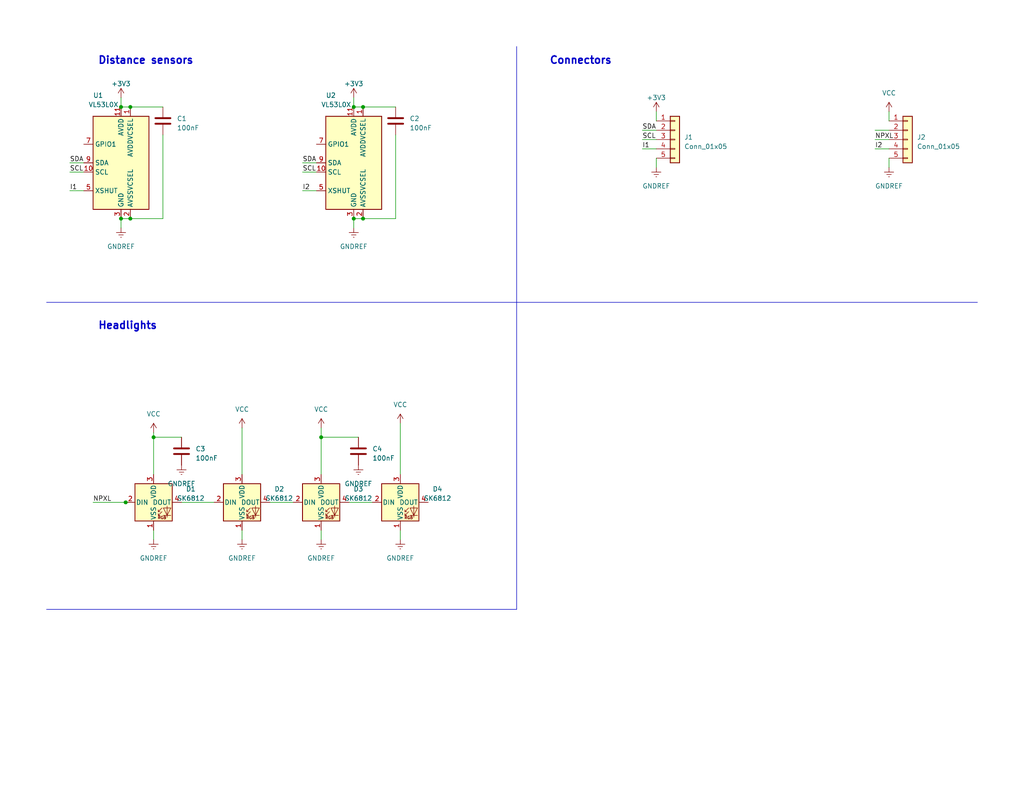
<source format=kicad_sch>
(kicad_sch (version 20230121) (generator eeschema)
  (paper "USLetter")
  (title_block (title "Distance sensor board") (date "2023-10-26") (rev "4.02") (company "Island Robotics"))
  (lib_symbols
    (symbol "Connector_Generic:Conn_01x05" (pin_names (offset 1.016) hide)
      (property "Reference" "J" (at 0 7.62 0))
      (property "Value" "Conn_01x05" (at 0 -7.62 0))
      (symbol "Conn_01x05_1_1"
        (rectangle (start -1.27 -4.953) (end 0 -5.207) (stroke (width 0.1524)))
        (rectangle (start -1.27 -2.413) (end 0 -2.667) (stroke (width 0.1524)))
        (rectangle (start -1.27 0.127) (end 0 -0.127) (stroke (width 0.1524)))
        (rectangle (start -1.27 2.667) (end 0 2.413) (stroke (width 0.1524)))
        (rectangle (start -1.27 5.207) (end 0 4.953) (stroke (width 0.1524)))
        (rectangle (start -1.27 6.35) (end 1.27 -6.35) (stroke (width 0.254)) (fill (type background)))
        (pin passive line (at -5.08 5.08 0) (length 3.81) (name "Pin_1") (number "1"))
        (pin passive line (at -5.08 2.54 0) (length 3.81) (name "Pin_2") (number "2"))
        (pin passive line (at -5.08 0 0) (length 3.81) (name "Pin_3") (number "3"))
        (pin passive line (at -5.08 -2.54 0) (length 3.81) (name "Pin_4") (number "4"))
        (pin passive line (at -5.08 -5.08 0) (length 3.81) (name "Pin_5") (number "5"))
      )
    )
    (symbol "Device:C" (pin_numbers hide) (pin_names (offset 0.254))
      (property "Reference" "C" (at 0.635 2.54 0))
      (property "Value" "C" (at 0.635 -2.54 0))
      (symbol "C_0_1"
        (polyline (pts (xy -2.032 -0.762) (xy 2.032 -0.762)) (stroke (width 0.508)))
        (polyline (pts (xy -2.032 0.762) (xy 2.032 0.762)) (stroke (width 0.508)))
      )
      (symbol "C_1_1"
        (pin passive line (at 0 3.81 270) (length 2.794) (name "~") (number "1"))
        (pin passive line (at 0 -3.81 90) (length 2.794) (name "~") (number "2"))
      )
    )
    (symbol "LED:SK6812" (pin_names (offset 0.254))
      (property "Reference" "D" (at 5.08 5.715 0))
      (property "Value" "SK6812" (at 1.27 -5.715 0))
      (symbol "SK6812_0_0"
        (text "RGB" (at 2.286 -4.191 0) (effects (font (size 0.762 0.762))))
      )
      (symbol "SK6812_0_1"
        (polyline (pts (xy 1.27 -3.556) (xy 1.778 -3.556)))
        (polyline (pts (xy 1.27 -2.54) (xy 1.778 -2.54)))
        (polyline (pts (xy 4.699 -3.556) (xy 2.667 -3.556)))
        (polyline (pts (xy 2.286 -2.54) (xy 1.27 -3.556) (xy 1.27 -3.048)))
        (polyline (pts (xy 2.286 -1.524) (xy 1.27 -2.54) (xy 1.27 -2.032)))
        (polyline (pts (xy 3.683 -1.016) (xy 3.683 -3.556) (xy 3.683 -4.064)))
        (polyline (pts (xy 4.699 -1.524) (xy 2.667 -1.524) (xy 3.683 -3.556) (xy 4.699 -1.524)))
        (rectangle (start 5.08 5.08) (end -5.08 -5.08) (stroke (width 0.254)) (fill (type background)))
      )
      (symbol "SK6812_1_1"
        (pin power_in line (at 0 -7.62 90) (length 2.54) (name "VSS") (number "1"))
        (pin input line (at -7.62 0 0) (length 2.54) (name "DIN") (number "2"))
        (pin power_in line (at 0 7.62 270) (length 2.54) (name "VDD") (number "3"))
        (pin output line (at 7.62 0 180) (length 2.54) (name "DOUT") (number "4"))
      )
    )
    (symbol "power:+3.3V" (power) (pin_names (offset 0))
      (property "Value" "+3.3V" (at 0 3.556 0))
      (symbol "+3.3V_0_1"
        (polyline (pts (xy -0.762 1.27) (xy 0 2.54)))
        (polyline (pts (xy 0 0) (xy 0 2.54)))
        (polyline (pts (xy 0 2.54) (xy 0.762 1.27)))
      )
      (symbol "+3.3V_1_1"
        (pin power_in line (at 0 0 90) (length 0) hide (name "+3V3") (number "1"))
      )
    )
    (symbol "power:GNDREF" (power) (pin_names (offset 0))
      (property "Value" "GNDREF" (at 0 -3.81 0))
      (symbol "GNDREF_0_1"
        (polyline (pts (xy -0.635 -1.905) (xy 0.635 -1.905)))
        (polyline (pts (xy -0.127 -2.54) (xy 0.127 -2.54)))
        (polyline (pts (xy 0 -1.27) (xy 0 0)))
        (polyline (pts (xy 1.27 -1.27) (xy -1.27 -1.27)))
      )
      (symbol "GNDREF_1_1"
        (pin power_in line (at 0 0 270) (length 0) hide (name "GNDREF") (number "1"))
      )
    )
    (symbol "power:VCC" (power) (pin_names (offset 0))
      (property "Value" "VCC" (at 0 3.81 0))
      (symbol "VCC_0_1"
        (polyline (pts (xy -0.762 1.27) (xy 0 2.54)))
        (polyline (pts (xy 0 0) (xy 0 2.54)))
        (polyline (pts (xy 0 2.54) (xy 0.762 1.27)))
      )
      (symbol "VCC_1_1"
        (pin power_in line (at 0 0 90) (length 0) hide (name "VCC") (number "1"))
      )
    )
    (symbol "shurik-personal:VL53L0X"
      (property "Reference" "U" (at -6.35 13.97 0))
      (property "Value" "VL53L0X" (at 12.065 13.97 0))
      (symbol "VL53L0X_0_1"
        (rectangle (start -7.62 12.7) (end 7.62 -12.7) (stroke (width 0.254)) (fill (type background)))
      )
      (symbol "VL53L0X_1_1"
        (pin power_in line (at 2.54 15.24 270) (length 2.54) (name "AVDDVCSEL") (number "1"))
        (pin input line (at -10.16 -2.54 0) (length 2.54) (name "SCL") (number "10"))
        (pin power_in line (at 0 15.24 270) (length 2.54) (name "AVDD") (number "11"))
        (pin passive line (at 0 -15.24 90) (length 2.54) hide (name "GND") (number "12"))
        (pin power_in line (at 2.54 -15.24 90) (length 2.54) (name "AVSSVCSEL") (number "2"))
        (pin power_in line (at 0 -15.24 90) (length 2.54) (name "GND") (number "3"))
        (pin passive line (at 0 -15.24 90) (length 2.54) hide (name "GND") (number "4"))
        (pin input line (at -10.16 -7.62 0) (length 2.54) (name "XSHUT") (number "5"))
        (pin passive line (at 0 -15.24 90) (length 2.54) hide (name "GND") (number "6"))
        (pin open_collector line (at -10.16 5.08 0) (length 2.54) (name "GPIO1") (number "7"))
        (pin no_connect line (at -7.62 7.62 0) (length 2.54) hide (name "DNC") (number "8"))
        (pin bidirectional line (at -10.16 0 0) (length 2.54) (name "SDA") (number "9"))
      )
    )
  )
  (junction (at 34.29 137.16))
  (junction (at 33.02 59.69) (diameter 0.9144))
  (junction (at 96.52 59.69) (diameter 0.9144))
  (junction (at 33.02 29.21) (diameter 0.9144))
  (junction (at 96.52 29.21) (diameter 0.9144))
  (junction (at 99.06 29.21) (diameter 0.9144))
  (junction (at 99.06 59.69) (diameter 0.9144))
  (junction (at 35.56 29.21) (diameter 0.9144))
  (junction (at 87.63 119.38))
  (junction (at 35.56 59.69) (diameter 0.9144))
  (junction (at 41.91 119.38))
  (wire (pts (xy 242.57 30.48) (xy 242.57 33.02)))
  (wire (pts (xy 34.29 137.16) (xy 35.56 137.16)))
  (wire (pts (xy 35.56 59.69) (xy 44.45 59.69)))
  (wire (pts (xy 44.45 59.69) (xy 44.45 36.83)))
  (wire (pts (xy 87.63 119.38) (xy 87.63 129.54)))
  (wire (pts (xy 96.52 26.67) (xy 96.52 29.21)))
  (polyline (pts (xy 140.97 12.7) (xy 140.97 166.37)))
  (wire (pts (xy 99.06 29.21) (xy 107.95 29.21)))
  (wire (pts (xy 175.26 38.1) (xy 179.07 38.1)))
  (wire (pts (xy 41.91 144.78) (xy 41.91 147.32)))
  (wire (pts (xy 175.26 35.56) (xy 179.07 35.56)))
  (wire (pts (xy 33.02 59.69) (xy 35.56 59.69)))
  (wire (pts (xy 99.06 59.69) (xy 107.95 59.69)))
  (wire (pts (xy 107.95 59.69) (xy 107.95 36.83)))
  (wire (pts (xy 109.22 115.57) (xy 109.22 129.54)))
  (wire (pts (xy 96.52 29.21) (xy 99.06 29.21)))
  (wire (pts (xy 82.55 46.99) (xy 86.36 46.99)))
  (wire (pts (xy 242.57 43.18) (xy 242.57 45.72)))
  (wire (pts (xy 95.25 137.16) (xy 101.6 137.16)))
  (wire (pts (xy 238.76 40.64) (xy 242.57 40.64)))
  (wire (pts (xy 19.05 52.07) (xy 22.86 52.07)))
  (wire (pts (xy 35.56 29.21) (xy 44.45 29.21)))
  (polyline (pts (xy 12.7 166.37) (xy 140.97 166.37)))
  (wire (pts (xy 96.52 59.69) (xy 96.52 62.23)))
  (wire (pts (xy 82.55 52.07) (xy 86.36 52.07)))
  (wire (pts (xy 41.91 119.38) (xy 41.91 129.54)))
  (wire (pts (xy 73.66 137.16) (xy 80.01 137.16)))
  (wire (pts (xy 33.02 26.67) (xy 33.02 29.21)))
  (wire (pts (xy 87.63 116.84) (xy 87.63 119.38)))
  (wire (pts (xy 33.02 29.21) (xy 35.56 29.21)))
  (wire (pts (xy 96.52 59.69) (xy 99.06 59.69)))
  (wire (pts (xy 25.4 137.16) (xy 34.29 137.16)))
  (wire (pts (xy 19.05 46.99) (xy 22.86 46.99)))
  (wire (pts (xy 33.02 59.69) (xy 33.02 62.23)))
  (wire (pts (xy 179.07 30.48) (xy 179.07 33.02)))
  (wire (pts (xy 66.04 116.84) (xy 66.04 129.54)))
  (wire (pts (xy 179.07 43.18) (xy 179.07 45.72)))
  (wire (pts (xy 49.53 137.16) (xy 58.42 137.16)))
  (wire (pts (xy 238.76 35.56) (xy 242.57 35.56)))
  (polyline (pts (xy 12.7 82.55) (xy 266.7 82.55)))
  (wire (pts (xy 175.26 40.64) (xy 179.07 40.64)))
  (wire (pts (xy 87.63 144.78) (xy 87.63 147.32)))
  (wire (pts (xy 238.76 38.1) (xy 242.57 38.1)))
  (wire (pts (xy 41.91 119.38) (xy 49.53 119.38)))
  (wire (pts (xy 109.22 144.78) (xy 109.22 147.32)))
  (wire (pts (xy 19.05 44.45) (xy 22.86 44.45)))
  (wire (pts (xy 82.55 44.45) (xy 86.36 44.45)))
  (wire (pts (xy 41.91 118.11) (xy 41.91 119.38)))
  (wire (pts (xy 66.04 144.78) (xy 66.04 147.32)))
  (wire (pts (xy 87.63 119.38) (xy 97.79 119.38)))
  (text "Distance sensors" (at 26.67 17.78 0) (effects (font (size 2 2) (thickness 0.4) bold) (justify left bottom)))
  (text "Connectors" (at 149.86 17.78 0) (effects (font (size 2 2) (thickness 0.4) bold) (justify left bottom)))
  (text "Headlights" (at 26.67 90.17 0) (effects (font (size 2 2) (thickness 0.4) bold) (justify left bottom)))
  (label "NPXL" (at 238.76 38.1 0))
  (label "SCL" (at 19.05 46.99 0))
  (label "SDA" (at 175.26 35.56 0))
  (label "I1" (at 19.05 52.07 0))
  (label "SDA" (at 19.05 44.45 0))
  (label "I1" (at 175.26 40.64 0))
  (label "SCL" (at 82.55 46.99 0))
  (label "I2" (at 82.55 52.07 0))
  (label "SCL" (at 175.26 38.1 0))
  (label "NPXL" (at 25.4 137.16 0))
  (label "SDA" (at 82.55 44.45 0))
  (label "I2" (at 238.76 40.64 0))
  (symbol (lib_id "Device:C") (at 107.95 33.02 0) (unit 1)
    (property "Reference" "C2" (at 111.76 32.3849 0) (effects (justify left)))
    (property "Value" "100nF" (at 111.76 34.9249 0) (effects (justify left)))
    (property "Footprint" "Capacitor_SMD:C_0603_1608Metric" (effects hide))
    (property "LCSC" "C14663" (effects hide))
  )
  (symbol (lib_id "power:GNDREF") (at 87.63 147.32 0) (unit 1)
    (property "Reference" "#PWR08" (effects hide))
    (property "Value" "GNDREF" (at 87.63 152.4 0))
  )
  (symbol (lib_id "power:GNDREF") (at 97.79 127 0) (unit 1)
    (property "Reference" "#PWR011" (effects hide))
    (property "Value" "GNDREF" (at 97.79 132.08 0))
  )
  (symbol (lib_id "Connector_Generic:Conn_01x05") (at 184.15 38.1 0) (unit 1)
    (property "Reference" "J1" (at 186.69 37.4649 0) (effects (justify left)))
    (property "Value" "Conn_01x05" (at 186.69 40.0049 0) (effects (justify left)))
    (property "Footprint" "Connector_PinSocket_2.54mm:PinSocket_1x05_P2.54mm_Vertical" (effects hide))
  )
  (symbol (lib_id "power:GNDREF") (at 33.02 62.23 0) (unit 1)
    (property "Reference" "#PWR0101" (effects hide))
    (property "Value" "GNDREF" (at 33.02 67.31 0))
  )
  (symbol (lib_id "power:GNDREF") (at 66.04 147.32 0) (unit 1)
    (property "Reference" "#PWR07" (effects hide))
    (property "Value" "GNDREF" (at 66.04 152.4 0))
  )
  (symbol (lib_id "shurik-personal:VL53L0X") (at 96.52 44.45 0) (unit 1)
    (property "Reference" "U2" (at 88.9 26.0349 0) (effects (justify left)))
    (property "Value" "VL53L0X" (at 87.63 28.5749 0) (effects (justify left)))
    (property "Footprint" "Sensor_Distance:ST_VL53L1x" (effects hide))
    (property "Datasheet" "https://www.st.com/resource/en/datasheet/vl53l0x.pdf" (effects hide))
    (property "LCSC" "C91199" (effects hide))
  )
  (symbol (lib_id "power:VCC") (at 66.04 116.84 0) (unit 1)
    (property "Reference" "#PWR03" (effects hide))
    (property "Value" "VCC" (at 66.04 111.76 0))
  )
  (symbol (lib_id "Device:C") (at 44.45 33.02 0) (unit 1)
    (property "Reference" "C1" (at 48.26 32.3849 0) (effects (justify left)))
    (property "Value" "100nF" (at 48.26 34.9249 0) (effects (justify left)))
    (property "Footprint" "Capacitor_SMD:C_0603_1608Metric" (effects hide))
    (property "LCSC" "C14663" (effects hide))
  )
  (symbol (lib_id "power:VCC") (at 242.57 30.48 0) (unit 1)
    (property "Reference" "#PWR01" (effects hide))
    (property "Value" "VCC" (at 242.57 25.4 0))
  )
  (symbol (lib_id "power:+3.3V") (at 33.02 26.67 0) (unit 1)
    (property "Reference" "#PWR0102" (effects hide))
    (property "Value" "+3.3V" (at 33.02 22.86 0))
  )
  (symbol (lib_id "power:GNDREF") (at 41.91 147.32 0) (unit 1)
    (property "Reference" "#PWR06" (effects hide))
    (property "Value" "GNDREF" (at 41.91 152.4 0))
  )
  (symbol (lib_id "Connector_Generic:Conn_01x05") (at 247.65 38.1 0) (unit 1)
    (property "Reference" "J2" (at 250.19 37.4649 0) (effects (justify left)))
    (property "Value" "Conn_01x05" (at 250.19 40.0049 0) (effects (justify left)))
    (property "Footprint" "Connector_PinSocket_2.54mm:PinSocket_1x05_P2.54mm_Vertical" (effects hide))
  )
  (symbol (lib_id "shurik-personal:VL53L0X") (at 33.02 44.45 0) (unit 1)
    (property "Reference" "U1" (at 25.4 26.0349 0) (effects (justify left)))
    (property "Value" "VL53L0X" (at 24.13 28.5749 0) (effects (justify left)))
    (property "Footprint" "Sensor_Distance:ST_VL53L1x" (effects hide))
    (property "Datasheet" "https://www.st.com/resource/en/datasheet/vl53l0x.pdf" (effects hide))
    (property "LCSC" "C91199" (effects hide))
  )
  (symbol (lib_id "power:VCC") (at 109.22 115.57 0) (unit 1)
    (property "Reference" "#PWR05" (effects hide))
    (property "Value" "VCC" (at 109.22 110.49 0))
  )
  (symbol (lib_id "power:GNDREF") (at 242.57 45.72 0) (unit 1)
    (property "Reference" "#PWR0107" (effects hide))
    (property "Value" "GNDREF" (at 242.57 50.8 0))
  )
  (symbol (lib_id "LED:SK6812") (at 109.22 137.16 0) (unit 1)
    (property "Reference" "D4" (at 119.38 133.5121 0))
    (property "Value" "SK6812" (at 119.38 136.0521 0))
    (property "Footprint" "LED_SMD:LED_SK6812_PLCC4_5.0x5.0mm_P3.2mm" (effects hide))
    (property "Datasheet" "https://cdn-shop.adafruit.com/product-files/1138/SK6812+LED+datasheet+.pdf" (effects hide))
  )
  (symbol (lib_id "LED:SK6812") (at 87.63 137.16 0) (unit 1)
    (property "Reference" "D3" (at 97.79 133.5121 0))
    (property "Value" "SK6812" (at 97.79 136.0521 0))
    (property "Footprint" "LED_SMD:LED_SK6812_PLCC4_5.0x5.0mm_P3.2mm" (effects hide))
    (property "Datasheet" "https://cdn-shop.adafruit.com/product-files/1138/SK6812+LED+datasheet+.pdf" (effects hide))
  )
  (symbol (lib_id "power:VCC") (at 87.63 116.84 0) (unit 1)
    (property "Reference" "#PWR04" (effects hide))
    (property "Value" "VCC" (at 87.63 111.76 0))
  )
  (symbol (lib_id "power:+3.3V") (at 179.07 30.48 0) (unit 1)
    (property "Reference" "#PWR0106" (effects hide))
    (property "Value" "+3.3V" (at 179.07 26.67 0))
  )
  (symbol (lib_id "LED:SK6812") (at 41.91 137.16 0) (unit 1)
    (property "Reference" "D1" (at 52.07 133.5121 0))
    (property "Value" "SK6812" (at 52.07 136.0521 0))
    (property "Footprint" "LED_SMD:LED_SK6812_PLCC4_5.0x5.0mm_P3.2mm" (effects hide))
    (property "Datasheet" "https://cdn-shop.adafruit.com/product-files/1138/SK6812+LED+datasheet+.pdf" (effects hide))
  )
  (symbol (lib_id "power:VCC") (at 41.91 118.11 0) (unit 1)
    (property "Reference" "#PWR02" (effects hide))
    (property "Value" "VCC" (at 41.91 113.03 0))
  )
  (symbol (lib_id "power:GNDREF") (at 49.53 127 0) (unit 1)
    (property "Reference" "#PWR010" (effects hide))
    (property "Value" "GNDREF" (at 49.53 132.08 0))
  )
  (symbol (lib_id "Device:C") (at 97.79 123.19 0) (unit 1)
    (property "Reference" "C4" (at 101.6 122.5549 0) (effects (justify left)))
    (property "Value" "100nF" (at 101.6 125.0949 0) (effects (justify left)))
    (property "Footprint" "Capacitor_SMD:C_0603_1608Metric" (effects hide))
    (property "LCSC" "C14663" (effects hide))
  )
  (symbol (lib_id "power:+3.3V") (at 96.52 26.67 0) (unit 1)
    (property "Reference" "#PWR0103" (effects hide))
    (property "Value" "+3.3V" (at 96.52 22.86 0))
  )
  (symbol (lib_id "Device:C") (at 49.53 123.19 0) (unit 1)
    (property "Reference" "C3" (at 53.34 122.5549 0) (effects (justify left)))
    (property "Value" "100nF" (at 53.34 125.0949 0) (effects (justify left)))
    (property "Footprint" "Capacitor_SMD:C_0603_1608Metric" (effects hide))
    (property "LCSC" "C14663" (effects hide))
  )
  (symbol (lib_id "power:GNDREF") (at 96.52 62.23 0) (unit 1)
    (property "Reference" "#PWR0104" (effects hide))
    (property "Value" "GNDREF" (at 96.52 67.31 0))
  )
  (symbol (lib_id "power:GNDREF") (at 179.07 45.72 0) (unit 1)
    (property "Reference" "#PWR0108" (effects hide))
    (property "Value" "GNDREF" (at 179.07 50.8 0))
  )
  (symbol (lib_id "LED:SK6812") (at 66.04 137.16 0) (unit 1)
    (property "Reference" "D2" (at 76.2 133.5121 0))
    (property "Value" "SK6812" (at 76.2 136.0521 0))
    (property "Footprint" "LED_SMD:LED_SK6812_PLCC4_5.0x5.0mm_P3.2mm" (effects hide))
    (property "Datasheet" "https://cdn-shop.adafruit.com/product-files/1138/SK6812+LED+datasheet+.pdf" (effects hide))
  )
  (symbol (lib_id "power:GNDREF") (at 109.22 147.32 0) (unit 1)
    (property "Reference" "#PWR09" (effects hide))
    (property "Value" "GNDREF" (at 109.22 152.4 0))
  )
)
</source>
